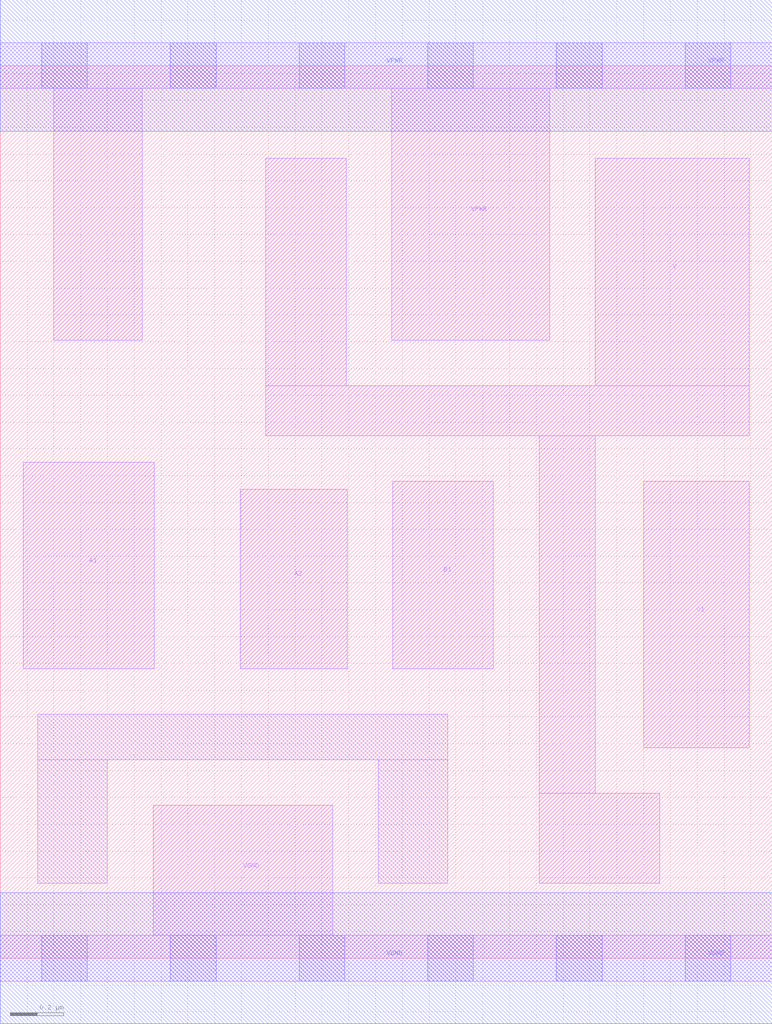
<source format=lef>
# Copyright 2020 The SkyWater PDK Authors
#
# Licensed under the Apache License, Version 2.0 (the "License");
# you may not use this file except in compliance with the License.
# You may obtain a copy of the License at
#
#     https://www.apache.org/licenses/LICENSE-2.0
#
# Unless required by applicable law or agreed to in writing, software
# distributed under the License is distributed on an "AS IS" BASIS,
# WITHOUT WARRANTIES OR CONDITIONS OF ANY KIND, either express or implied.
# See the License for the specific language governing permissions and
# limitations under the License.
#
# SPDX-License-Identifier: Apache-2.0

VERSION 5.7 ;
  NAMESCASESENSITIVE ON ;
  NOWIREEXTENSIONATPIN ON ;
  DIVIDERCHAR "/" ;
  BUSBITCHARS "[]" ;
UNITS
  DATABASE MICRONS 200 ;
END UNITS
MACRO sky130_fd_sc_lp__o211ai_0
  CLASS CORE ;
  SOURCE USER ;
  FOREIGN sky130_fd_sc_lp__o211ai_0 ;
  ORIGIN  0.000000  0.000000 ;
  SIZE  2.880000 BY  3.330000 ;
  SYMMETRY X Y R90 ;
  SITE unit ;
  PIN A1
    ANTENNAGATEAREA  0.159000 ;
    DIRECTION INPUT ;
    USE SIGNAL ;
    PORT
      LAYER li1 ;
        RECT 0.085000 1.080000 0.575000 1.850000 ;
    END
  END A1
  PIN A2
    ANTENNAGATEAREA  0.159000 ;
    DIRECTION INPUT ;
    USE SIGNAL ;
    PORT
      LAYER li1 ;
        RECT 0.895000 1.080000 1.295000 1.750000 ;
    END
  END A2
  PIN B1
    ANTENNAGATEAREA  0.159000 ;
    DIRECTION INPUT ;
    USE SIGNAL ;
    PORT
      LAYER li1 ;
        RECT 1.465000 1.080000 1.840000 1.780000 ;
    END
  END B1
  PIN C1
    ANTENNAGATEAREA  0.159000 ;
    DIRECTION INPUT ;
    USE SIGNAL ;
    PORT
      LAYER li1 ;
        RECT 2.400000 0.785000 2.795000 1.780000 ;
    END
  END C1
  PIN Y
    ANTENNADIFFAREA  0.460100 ;
    DIRECTION OUTPUT ;
    USE SIGNAL ;
    PORT
      LAYER li1 ;
        RECT 0.990000 1.950000 2.795000 2.135000 ;
        RECT 0.990000 2.135000 1.290000 2.985000 ;
        RECT 2.010000 0.280000 2.460000 0.615000 ;
        RECT 2.010000 0.615000 2.220000 1.950000 ;
        RECT 2.220000 2.135000 2.795000 2.985000 ;
    END
  END Y
  PIN VGND
    DIRECTION INOUT ;
    USE GROUND ;
    PORT
      LAYER li1 ;
        RECT 0.000000 -0.085000 2.880000 0.085000 ;
        RECT 0.570000  0.085000 1.240000 0.570000 ;
      LAYER mcon ;
        RECT 0.155000 -0.085000 0.325000 0.085000 ;
        RECT 0.635000 -0.085000 0.805000 0.085000 ;
        RECT 1.115000 -0.085000 1.285000 0.085000 ;
        RECT 1.595000 -0.085000 1.765000 0.085000 ;
        RECT 2.075000 -0.085000 2.245000 0.085000 ;
        RECT 2.555000 -0.085000 2.725000 0.085000 ;
      LAYER met1 ;
        RECT 0.000000 -0.245000 2.880000 0.245000 ;
    END
  END VGND
  PIN VPWR
    DIRECTION INOUT ;
    USE POWER ;
    PORT
      LAYER li1 ;
        RECT 0.000000 3.245000 2.880000 3.415000 ;
        RECT 0.200000 2.305000 0.530000 3.245000 ;
        RECT 1.460000 2.305000 2.050000 3.245000 ;
      LAYER mcon ;
        RECT 0.155000 3.245000 0.325000 3.415000 ;
        RECT 0.635000 3.245000 0.805000 3.415000 ;
        RECT 1.115000 3.245000 1.285000 3.415000 ;
        RECT 1.595000 3.245000 1.765000 3.415000 ;
        RECT 2.075000 3.245000 2.245000 3.415000 ;
        RECT 2.555000 3.245000 2.725000 3.415000 ;
      LAYER met1 ;
        RECT 0.000000 3.085000 2.880000 3.575000 ;
    END
  END VPWR
  OBS
    LAYER li1 ;
      RECT 0.140000 0.280000 0.400000 0.740000 ;
      RECT 0.140000 0.740000 1.670000 0.910000 ;
      RECT 1.410000 0.280000 1.670000 0.740000 ;
  END
END sky130_fd_sc_lp__o211ai_0

</source>
